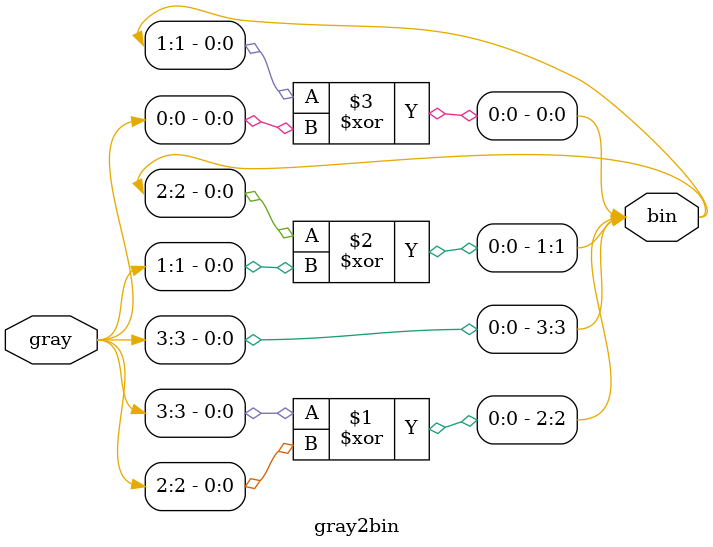
<source format=v>
module gray2bin(
		input [3:0]gray,
		output [3:0]bin
		);


// Gray to Binary Converter	
assign bin[3] = gray[3];
assign bin[2] = bin[3] ^ gray[2];
assign bin[1] = bin[2] ^ gray[1];
assign bin[0] = bin[1] ^ gray[0];

endmodule


</source>
